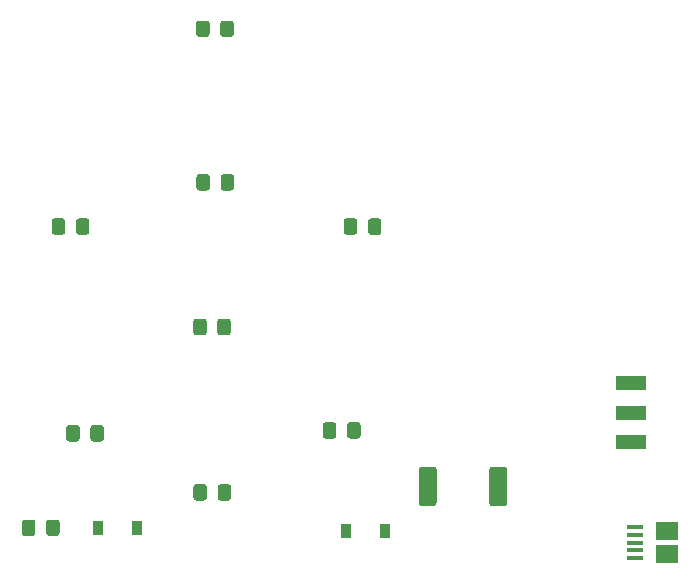
<source format=gtp>
%TF.GenerationSoftware,KiCad,Pcbnew,(5.1.6)-1*%
%TF.CreationDate,2020-12-04T21:40:30+01:00*%
%TF.ProjectId,case_julgran_LED,63617365-5f6a-4756-9c67-72616e5f4c45,rev?*%
%TF.SameCoordinates,Original*%
%TF.FileFunction,Paste,Top*%
%TF.FilePolarity,Positive*%
%FSLAX46Y46*%
G04 Gerber Fmt 4.6, Leading zero omitted, Abs format (unit mm)*
G04 Created by KiCad (PCBNEW (5.1.6)-1) date 2020-12-04 21:40:30*
%MOMM*%
%LPD*%
G01*
G04 APERTURE LIST*
%ADD10R,1.900000X1.500000*%
%ADD11R,1.350000X0.400000*%
%ADD12R,0.900000X1.200000*%
%ADD13R,2.500000X1.200000*%
G04 APERTURE END LIST*
D10*
%TO.C,J2*%
X112237500Y-114000000D03*
D11*
X109537500Y-115650000D03*
X109537500Y-116300000D03*
X109537500Y-113700000D03*
X109537500Y-114350000D03*
X109537500Y-115000000D03*
D10*
X112237500Y-116000000D03*
%TD*%
D12*
%TO.C,D1*%
X67400000Y-113750000D03*
X64100000Y-113750000D03*
%TD*%
%TO.C,D2*%
X88400000Y-114000000D03*
X85100000Y-114000000D03*
%TD*%
%TO.C,D3*%
G36*
G01*
X72150000Y-97200001D02*
X72150000Y-96299999D01*
G75*
G02*
X72399999Y-96050000I249999J0D01*
G01*
X73050001Y-96050000D01*
G75*
G02*
X73300000Y-96299999I0J-249999D01*
G01*
X73300000Y-97200001D01*
G75*
G02*
X73050001Y-97450000I-249999J0D01*
G01*
X72399999Y-97450000D01*
G75*
G02*
X72150000Y-97200001I0J249999D01*
G01*
G37*
G36*
G01*
X74200000Y-97200001D02*
X74200000Y-96299999D01*
G75*
G02*
X74449999Y-96050000I249999J0D01*
G01*
X75100001Y-96050000D01*
G75*
G02*
X75350000Y-96299999I0J-249999D01*
G01*
X75350000Y-97200001D01*
G75*
G02*
X75100001Y-97450000I-249999J0D01*
G01*
X74449999Y-97450000D01*
G75*
G02*
X74200000Y-97200001I0J249999D01*
G01*
G37*
%TD*%
%TO.C,D4*%
G36*
G01*
X62225000Y-88700001D02*
X62225000Y-87799999D01*
G75*
G02*
X62474999Y-87550000I249999J0D01*
G01*
X63125001Y-87550000D01*
G75*
G02*
X63375000Y-87799999I0J-249999D01*
G01*
X63375000Y-88700001D01*
G75*
G02*
X63125001Y-88950000I-249999J0D01*
G01*
X62474999Y-88950000D01*
G75*
G02*
X62225000Y-88700001I0J249999D01*
G01*
G37*
G36*
G01*
X60175000Y-88700001D02*
X60175000Y-87799999D01*
G75*
G02*
X60424999Y-87550000I249999J0D01*
G01*
X61075001Y-87550000D01*
G75*
G02*
X61325000Y-87799999I0J-249999D01*
G01*
X61325000Y-88700001D01*
G75*
G02*
X61075001Y-88950000I-249999J0D01*
G01*
X60424999Y-88950000D01*
G75*
G02*
X60175000Y-88700001I0J249999D01*
G01*
G37*
%TD*%
%TO.C,D5*%
G36*
G01*
X72425000Y-84950001D02*
X72425000Y-84049999D01*
G75*
G02*
X72674999Y-83800000I249999J0D01*
G01*
X73325001Y-83800000D01*
G75*
G02*
X73575000Y-84049999I0J-249999D01*
G01*
X73575000Y-84950001D01*
G75*
G02*
X73325001Y-85200000I-249999J0D01*
G01*
X72674999Y-85200000D01*
G75*
G02*
X72425000Y-84950001I0J249999D01*
G01*
G37*
G36*
G01*
X74475000Y-84950001D02*
X74475000Y-84049999D01*
G75*
G02*
X74724999Y-83800000I249999J0D01*
G01*
X75375001Y-83800000D01*
G75*
G02*
X75625000Y-84049999I0J-249999D01*
G01*
X75625000Y-84950001D01*
G75*
G02*
X75375001Y-85200000I-249999J0D01*
G01*
X74724999Y-85200000D01*
G75*
G02*
X74475000Y-84950001I0J249999D01*
G01*
G37*
%TD*%
%TO.C,D6*%
G36*
G01*
X85175000Y-105950001D02*
X85175000Y-105049999D01*
G75*
G02*
X85424999Y-104800000I249999J0D01*
G01*
X86075001Y-104800000D01*
G75*
G02*
X86325000Y-105049999I0J-249999D01*
G01*
X86325000Y-105950001D01*
G75*
G02*
X86075001Y-106200000I-249999J0D01*
G01*
X85424999Y-106200000D01*
G75*
G02*
X85175000Y-105950001I0J249999D01*
G01*
G37*
G36*
G01*
X83125000Y-105950001D02*
X83125000Y-105049999D01*
G75*
G02*
X83374999Y-104800000I249999J0D01*
G01*
X84025001Y-104800000D01*
G75*
G02*
X84275000Y-105049999I0J-249999D01*
G01*
X84275000Y-105950001D01*
G75*
G02*
X84025001Y-106200000I-249999J0D01*
G01*
X83374999Y-106200000D01*
G75*
G02*
X83125000Y-105950001I0J249999D01*
G01*
G37*
%TD*%
%TO.C,D7*%
G36*
G01*
X72175000Y-111200001D02*
X72175000Y-110299999D01*
G75*
G02*
X72424999Y-110050000I249999J0D01*
G01*
X73075001Y-110050000D01*
G75*
G02*
X73325000Y-110299999I0J-249999D01*
G01*
X73325000Y-111200001D01*
G75*
G02*
X73075001Y-111450000I-249999J0D01*
G01*
X72424999Y-111450000D01*
G75*
G02*
X72175000Y-111200001I0J249999D01*
G01*
G37*
G36*
G01*
X74225000Y-111200001D02*
X74225000Y-110299999D01*
G75*
G02*
X74474999Y-110050000I249999J0D01*
G01*
X75125001Y-110050000D01*
G75*
G02*
X75375000Y-110299999I0J-249999D01*
G01*
X75375000Y-111200001D01*
G75*
G02*
X75125001Y-111450000I-249999J0D01*
G01*
X74474999Y-111450000D01*
G75*
G02*
X74225000Y-111200001I0J249999D01*
G01*
G37*
%TD*%
%TO.C,D8*%
G36*
G01*
X74450000Y-71950001D02*
X74450000Y-71049999D01*
G75*
G02*
X74699999Y-70800000I249999J0D01*
G01*
X75350001Y-70800000D01*
G75*
G02*
X75600000Y-71049999I0J-249999D01*
G01*
X75600000Y-71950001D01*
G75*
G02*
X75350001Y-72200000I-249999J0D01*
G01*
X74699999Y-72200000D01*
G75*
G02*
X74450000Y-71950001I0J249999D01*
G01*
G37*
G36*
G01*
X72400000Y-71950001D02*
X72400000Y-71049999D01*
G75*
G02*
X72649999Y-70800000I249999J0D01*
G01*
X73300001Y-70800000D01*
G75*
G02*
X73550000Y-71049999I0J-249999D01*
G01*
X73550000Y-71950001D01*
G75*
G02*
X73300001Y-72200000I-249999J0D01*
G01*
X72649999Y-72200000D01*
G75*
G02*
X72400000Y-71950001I0J249999D01*
G01*
G37*
%TD*%
%TO.C,D9*%
G36*
G01*
X61400000Y-106200001D02*
X61400000Y-105299999D01*
G75*
G02*
X61649999Y-105050000I249999J0D01*
G01*
X62300001Y-105050000D01*
G75*
G02*
X62550000Y-105299999I0J-249999D01*
G01*
X62550000Y-106200001D01*
G75*
G02*
X62300001Y-106450000I-249999J0D01*
G01*
X61649999Y-106450000D01*
G75*
G02*
X61400000Y-106200001I0J249999D01*
G01*
G37*
G36*
G01*
X63450000Y-106200001D02*
X63450000Y-105299999D01*
G75*
G02*
X63699999Y-105050000I249999J0D01*
G01*
X64350001Y-105050000D01*
G75*
G02*
X64600000Y-105299999I0J-249999D01*
G01*
X64600000Y-106200001D01*
G75*
G02*
X64350001Y-106450000I-249999J0D01*
G01*
X63699999Y-106450000D01*
G75*
G02*
X63450000Y-106200001I0J249999D01*
G01*
G37*
%TD*%
%TO.C,D10*%
G36*
G01*
X86950000Y-88700001D02*
X86950000Y-87799999D01*
G75*
G02*
X87199999Y-87550000I249999J0D01*
G01*
X87850001Y-87550000D01*
G75*
G02*
X88100000Y-87799999I0J-249999D01*
G01*
X88100000Y-88700001D01*
G75*
G02*
X87850001Y-88950000I-249999J0D01*
G01*
X87199999Y-88950000D01*
G75*
G02*
X86950000Y-88700001I0J249999D01*
G01*
G37*
G36*
G01*
X84900000Y-88700001D02*
X84900000Y-87799999D01*
G75*
G02*
X85149999Y-87550000I249999J0D01*
G01*
X85800001Y-87550000D01*
G75*
G02*
X86050000Y-87799999I0J-249999D01*
G01*
X86050000Y-88700001D01*
G75*
G02*
X85800001Y-88950000I-249999J0D01*
G01*
X85149999Y-88950000D01*
G75*
G02*
X84900000Y-88700001I0J249999D01*
G01*
G37*
%TD*%
%TO.C,R1*%
G36*
G01*
X60850000Y-113299999D02*
X60850000Y-114200001D01*
G75*
G02*
X60600001Y-114450000I-249999J0D01*
G01*
X59949999Y-114450000D01*
G75*
G02*
X59700000Y-114200001I0J249999D01*
G01*
X59700000Y-113299999D01*
G75*
G02*
X59949999Y-113050000I249999J0D01*
G01*
X60600001Y-113050000D01*
G75*
G02*
X60850000Y-113299999I0J-249999D01*
G01*
G37*
G36*
G01*
X58800000Y-113299999D02*
X58800000Y-114200001D01*
G75*
G02*
X58550001Y-114450000I-249999J0D01*
G01*
X57899999Y-114450000D01*
G75*
G02*
X57650000Y-114200001I0J249999D01*
G01*
X57650000Y-113299999D01*
G75*
G02*
X57899999Y-113050000I249999J0D01*
G01*
X58550001Y-113050000D01*
G75*
G02*
X58800000Y-113299999I0J-249999D01*
G01*
G37*
%TD*%
%TO.C,R2*%
G36*
G01*
X91237500Y-111675001D02*
X91237500Y-108824999D01*
G75*
G02*
X91487499Y-108575000I249999J0D01*
G01*
X92512501Y-108575000D01*
G75*
G02*
X92762500Y-108824999I0J-249999D01*
G01*
X92762500Y-111675001D01*
G75*
G02*
X92512501Y-111925000I-249999J0D01*
G01*
X91487499Y-111925000D01*
G75*
G02*
X91237500Y-111675001I0J249999D01*
G01*
G37*
G36*
G01*
X97212500Y-111675001D02*
X97212500Y-108824999D01*
G75*
G02*
X97462499Y-108575000I249999J0D01*
G01*
X98487501Y-108575000D01*
G75*
G02*
X98737500Y-108824999I0J-249999D01*
G01*
X98737500Y-111675001D01*
G75*
G02*
X98487501Y-111925000I-249999J0D01*
G01*
X97462499Y-111925000D01*
G75*
G02*
X97212500Y-111675001I0J249999D01*
G01*
G37*
%TD*%
D13*
%TO.C,S1*%
X109250000Y-106500000D03*
X109250000Y-104000000D03*
X109250000Y-101500000D03*
%TD*%
M02*

</source>
